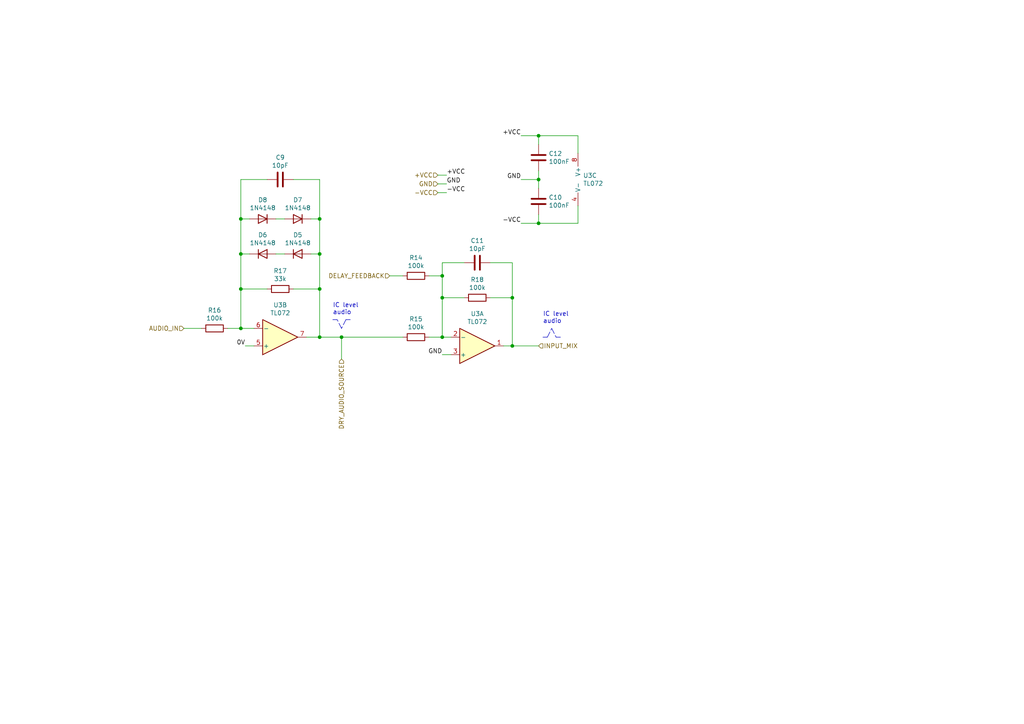
<source format=kicad_sch>
(kicad_sch (version 20211123) (generator eeschema)
  (paper "A4")
  (lib_symbols
    (symbol "Amplifier_Operational:TL072" (pin_names (offset 0.127))
      (property "Reference" "U" (at 0 5.08 0))
      (property "Value" "TL072" (at 0 -5.08 0))
      (symbol "TL072_1_1"
        (polyline (pts (xy -5.08 5.08) (xy 5.08 0) (xy -5.08 -5.08) (xy -5.08 5.08)) (stroke (width 0.254)) (fill (type background)))
        (pin output line (at 7.62 0 180) (length 2.54) (name "~") (number "1"))
        (pin input line (at -7.62 -2.54 0) (length 2.54) (name "-") (number "2"))
        (pin input line (at -7.62 2.54 0) (length 2.54) (name "+") (number "3"))
      )
      (symbol "TL072_2_1"
        (polyline (pts (xy -5.08 5.08) (xy 5.08 0) (xy -5.08 -5.08) (xy -5.08 5.08)) (stroke (width 0.254)) (fill (type background)))
        (pin input line (at -7.62 2.54 0) (length 2.54) (name "+") (number "5"))
        (pin input line (at -7.62 -2.54 0) (length 2.54) (name "-") (number "6"))
        (pin output line (at 7.62 0 180) (length 2.54) (name "~") (number "7"))
      )
      (symbol "TL072_3_1"
        (pin power_in line (at -2.54 -7.62 90) (length 3.81) (name "V-") (number "4"))
        (pin power_in line (at -2.54 7.62 270) (length 3.81) (name "V+") (number "8"))
      )
    )
    (symbol "Device:C" (pin_numbers hide) (pin_names (offset 0.254))
      (property "Reference" "C" (at 0.635 2.54 0))
      (property "Value" "C" (at 0.635 -2.54 0))
      (symbol "C_0_1"
        (polyline (pts (xy -2.032 -0.762) (xy 2.032 -0.762)) (stroke (width 0.508)))
        (polyline (pts (xy -2.032 0.762) (xy 2.032 0.762)) (stroke (width 0.508)))
      )
      (symbol "C_1_1"
        (pin passive line (at 0 3.81 270) (length 2.794) (name "~") (number "1"))
        (pin passive line (at 0 -3.81 90) (length 2.794) (name "~") (number "2"))
      )
    )
    (symbol "Device:D" (pin_numbers hide) (pin_names (offset 1.016) hide)
      (property "Reference" "D" (at 0 2.54 0))
      (property "Value" "D" (at 0 -2.54 0))
      (symbol "D_0_1"
        (polyline (pts (xy -1.27 1.27) (xy -1.27 -1.27)) (stroke (width 0.254)))
        (polyline (pts (xy 1.27 0) (xy -1.27 0)))
        (polyline (pts (xy 1.27 1.27) (xy 1.27 -1.27) (xy -1.27 0) (xy 1.27 1.27)) (stroke (width 0.254)))
      )
      (symbol "D_1_1"
        (pin passive line (at -3.81 0 0) (length 2.54) (name "K") (number "1"))
        (pin passive line (at 3.81 0 180) (length 2.54) (name "A") (number "2"))
      )
    )
    (symbol "Device:R" (pin_numbers hide) (pin_names (offset 0))
      (property "Reference" "R" (at 2.032 0 90))
      (property "Value" "R" (at 0 0 90))
      (symbol "R_0_1"
        (rectangle (start -1.016 -2.54) (end 1.016 2.54) (stroke (width 0.254)))
      )
      (symbol "R_1_1"
        (pin passive line (at 0 3.81 270) (length 1.27) (name "~") (number "1"))
        (pin passive line (at 0 -3.81 90) (length 1.27) (name "~") (number "2"))
      )
    )
  )
  (junction (at 156.21 64.77))
  (junction (at 99.06 97.79))
  (junction (at 128.27 97.79))
  (junction (at 148.59 100.33))
  (junction (at 69.85 73.66))
  (junction (at 92.71 73.66))
  (junction (at 92.71 97.79))
  (junction (at 92.71 63.5))
  (junction (at 92.71 83.82))
  (junction (at 69.85 95.25))
  (junction (at 156.21 39.37))
  (junction (at 69.85 83.82))
  (junction (at 148.59 86.36))
  (junction (at 128.27 86.36))
  (junction (at 69.85 63.5))
  (junction (at 128.27 80.01))
  (junction (at 156.21 52.07))
  (wire (pts (xy 128.27 97.79) (xy 128.27 86.36)))
  (wire (pts (xy 92.71 52.07) (xy 92.71 63.5)))
  (wire (pts (xy 69.85 63.5) (xy 72.39 63.5)))
  (wire (pts (xy 156.21 52.07) (xy 156.21 54.61)))
  (wire (pts (xy 128.27 97.79) (xy 130.81 97.79)))
  (wire (pts (xy 90.17 63.5) (xy 92.71 63.5)))
  (wire (pts (xy 156.21 49.53) (xy 156.21 52.07)))
  (wire (pts (xy 69.85 83.82) (xy 69.85 95.25)))
  (wire (pts (xy 92.71 97.79) (xy 99.06 97.79)))
  (polyline (pts (xy 99.06 95.25) (xy 97.79 92.71)))
  (wire (pts (xy 156.21 64.77) (xy 156.21 62.23)))
  (wire (pts (xy 151.13 39.37) (xy 156.21 39.37)))
  (wire (pts (xy 69.85 52.07) (xy 69.85 63.5)))
  (polyline (pts (xy 97.79 92.71) (xy 96.52 92.71)))
  (wire (pts (xy 127 53.34) (xy 129.54 53.34)))
  (wire (pts (xy 92.71 63.5) (xy 92.71 73.66)))
  (wire (pts (xy 77.47 83.82) (xy 69.85 83.82)))
  (wire (pts (xy 156.21 39.37) (xy 156.21 41.91)))
  (wire (pts (xy 128.27 80.01) (xy 128.27 76.2)))
  (wire (pts (xy 99.06 97.79) (xy 116.84 97.79)))
  (wire (pts (xy 90.17 73.66) (xy 92.71 73.66)))
  (wire (pts (xy 148.59 76.2) (xy 148.59 86.36)))
  (polyline (pts (xy 157.48 97.79) (xy 158.75 97.79)))
  (wire (pts (xy 148.59 100.33) (xy 156.21 100.33)))
  (polyline (pts (xy 160.02 95.25) (xy 161.29 97.79)))
  (wire (pts (xy 156.21 39.37) (xy 167.64 39.37)))
  (wire (pts (xy 69.85 73.66) (xy 69.85 83.82)))
  (wire (pts (xy 146.05 100.33) (xy 148.59 100.33)))
  (wire (pts (xy 148.59 86.36) (xy 142.24 86.36)))
  (wire (pts (xy 113.03 80.01) (xy 116.84 80.01)))
  (wire (pts (xy 53.34 95.25) (xy 58.42 95.25)))
  (wire (pts (xy 129.54 55.88) (xy 127 55.88)))
  (polyline (pts (xy 101.6 92.71) (xy 100.33 92.71)))
  (wire (pts (xy 156.21 52.07) (xy 151.13 52.07)))
  (polyline (pts (xy 158.75 97.79) (xy 160.02 95.25)))
  (wire (pts (xy 92.71 73.66) (xy 92.71 83.82)))
  (wire (pts (xy 148.59 100.33) (xy 148.59 86.36)))
  (wire (pts (xy 92.71 83.82) (xy 92.71 97.79)))
  (wire (pts (xy 151.13 64.77) (xy 156.21 64.77)))
  (wire (pts (xy 130.81 102.87) (xy 128.27 102.87)))
  (wire (pts (xy 69.85 63.5) (xy 69.85 73.66)))
  (wire (pts (xy 73.66 100.33) (xy 71.12 100.33)))
  (wire (pts (xy 69.85 95.25) (xy 73.66 95.25)))
  (polyline (pts (xy 161.29 97.79) (xy 162.56 97.79)))
  (wire (pts (xy 88.9 97.79) (xy 92.71 97.79)))
  (wire (pts (xy 128.27 86.36) (xy 128.27 80.01)))
  (wire (pts (xy 127 50.8) (xy 129.54 50.8)))
  (wire (pts (xy 85.09 83.82) (xy 92.71 83.82)))
  (wire (pts (xy 167.64 59.69) (xy 167.64 64.77)))
  (polyline (pts (xy 100.33 92.71) (xy 99.06 95.25)))
  (wire (pts (xy 124.46 97.79) (xy 128.27 97.79)))
  (wire (pts (xy 128.27 80.01) (xy 124.46 80.01)))
  (wire (pts (xy 72.39 73.66) (xy 69.85 73.66)))
  (wire (pts (xy 85.09 52.07) (xy 92.71 52.07)))
  (wire (pts (xy 80.01 63.5) (xy 82.55 63.5)))
  (wire (pts (xy 66.04 95.25) (xy 69.85 95.25)))
  (wire (pts (xy 128.27 76.2) (xy 134.62 76.2)))
  (wire (pts (xy 77.47 52.07) (xy 69.85 52.07)))
  (wire (pts (xy 142.24 76.2) (xy 148.59 76.2)))
  (wire (pts (xy 80.01 73.66) (xy 82.55 73.66)))
  (wire (pts (xy 128.27 86.36) (xy 134.62 86.36)))
  (wire (pts (xy 167.64 39.37) (xy 167.64 44.45)))
  (wire (pts (xy 156.21 64.77) (xy 167.64 64.77)))
  (wire (pts (xy 99.06 104.14) (xy 99.06 97.79)))
  (text "IC level\naudio" (at 96.52 91.44 0) (effects (font (size 1.27 1.27)) (justify left bottom)))
  (text "IC level\naudio" (at 157.48 93.98 0) (effects (font (size 1.27 1.27)) (justify left bottom)))
  (label "0V" (at 71.12 100.33 180))
  (label "+VCC" (at 129.54 50.8 0))
  (label "GND" (at 151.13 52.07 180))
  (label "GND" (at 129.54 53.34 0))
  (label "GND" (at 128.27 102.87 180))
  (label "-VCC" (at 129.54 55.88 0))
  (label "-VCC" (at 151.13 64.77 180))
  (label "+VCC" (at 151.13 39.37 180))
  (hierarchical_label "GND" (shape input) (at 127 53.34 180))
  (hierarchical_label "INPUT_MIX" (shape input) (at 156.21 100.33 0))
  (hierarchical_label "+VCC" (shape input) (at 127 50.8 180))
  (hierarchical_label "DELAY_FEEDBACK" (shape input) (at 113.03 80.01 180))
  (hierarchical_label "-VCC" (shape input) (at 127 55.88 180))
  (hierarchical_label "DRY_AUDIO_SOURCE" (shape input) (at 99.06 104.14 270))
  (hierarchical_label "AUDIO_IN" (shape input) (at 53.34 95.25 180))
  (symbol (lib_id "Device:C") (at 81.28 52.07 270) (unit 1)
    (property "Reference" "C9" (at 81.28 45.6692 90))
    (property "Value" "10pF" (at 81.28 47.9806 90))
    (property "Footprint" "Rumblesan_Footprints:C_Rect_L7.0mm_W3.5mm_P5.00mm" (effects hide))
  )
  (symbol (lib_id "Device:C") (at 138.43 76.2 270) (unit 1)
    (property "Reference" "C11" (at 138.43 69.7992 90))
    (property "Value" "10pF" (at 138.43 72.1106 90))
    (property "Footprint" "Rumblesan_Footprints:C_Rect_L7.0mm_W3.5mm_P5.00mm" (effects hide))
  )
  (symbol (lib_id "Amplifier_Operational:TL072") (at 138.43 100.33 0) (mirror x) (unit 1)
    (property "Reference" "U3" (at 138.43 91.0082 0))
    (property "Value" "TL072" (at 138.43 93.3196 0))
    (property "Footprint" "Rumblesan_Footprints:DIP-8_W7.62mm_Socket" (effects hide))
    (property "Datasheet" "http://www.ti.com/lit/ds/symlink/tl071.pdf" (effects hide))
  )
  (symbol (lib_id "Device:R") (at 62.23 95.25 270) (unit 1)
    (property "Reference" "R16" (at 62.23 89.9922 90))
    (property "Value" "100k" (at 62.23 92.3036 90))
    (property "Footprint" "Rumblesan_Footprints:Resistor_THT_L6.3mm_D2.5mm_P10.16mm_Horizontal" (effects hide))
  )
  (symbol (lib_id "Device:R") (at 81.28 83.82 270) (unit 1)
    (property "Reference" "R17" (at 81.28 78.5622 90))
    (property "Value" "33k" (at 81.28 80.8736 90))
    (property "Footprint" "Rumblesan_Footprints:Resistor_THT_L6.3mm_D2.5mm_P10.16mm_Horizontal" (effects hide))
  )
  (symbol (lib_id "Device:D") (at 76.2 73.66 0) (unit 1)
    (property "Reference" "D6" (at 76.2 68.1482 0))
    (property "Value" "1N4148" (at 76.2 70.4596 0))
    (property "Footprint" "Rumblesan_Footprints:Diode_THT_P7.62mm_Horizontal" (effects hide))
  )
  (symbol (lib_id "Device:D") (at 86.36 73.66 0) (unit 1)
    (property "Reference" "D5" (at 86.36 68.1482 0))
    (property "Value" "1N4148" (at 86.36 70.4596 0))
    (property "Footprint" "Rumblesan_Footprints:Diode_THT_P7.62mm_Horizontal" (effects hide))
  )
  (symbol (lib_id "Device:D") (at 76.2 63.5 180) (unit 1)
    (property "Reference" "D8" (at 76.2 57.9882 0))
    (property "Value" "1N4148" (at 76.2 60.2996 0))
    (property "Footprint" "Rumblesan_Footprints:Diode_THT_P7.62mm_Horizontal" (effects hide))
  )
  (symbol (lib_id "Device:D") (at 86.36 63.5 180) (unit 1)
    (property "Reference" "D7" (at 86.36 57.9882 0))
    (property "Value" "1N4148" (at 86.36 60.2996 0))
    (property "Footprint" "Rumblesan_Footprints:Diode_THT_P7.62mm_Horizontal" (effects hide))
  )
  (symbol (lib_id "Device:R") (at 138.43 86.36 270) (unit 1)
    (property "Reference" "R18" (at 138.43 81.1022 90))
    (property "Value" "100k" (at 138.43 83.4136 90))
    (property "Footprint" "Rumblesan_Footprints:Resistor_THT_L6.3mm_D2.5mm_P10.16mm_Horizontal" (effects hide))
  )
  (symbol (lib_id "Amplifier_Operational:TL072") (at 81.28 97.79 0) (mirror x) (unit 2)
    (property "Reference" "U3" (at 81.28 88.4682 0))
    (property "Value" "TL072" (at 81.28 90.7796 0))
    (property "Footprint" "Rumblesan_Footprints:DIP-8_W7.62mm_Socket" (effects hide))
    (property "Datasheet" "http://www.ti.com/lit/ds/symlink/tl071.pdf" (effects hide))
  )
  (symbol (lib_id "Device:R") (at 120.65 80.01 270) (unit 1)
    (property "Reference" "R14" (at 120.65 74.7522 90))
    (property "Value" "100k" (at 120.65 77.0636 90))
    (property "Footprint" "Rumblesan_Footprints:Resistor_THT_L6.3mm_D2.5mm_P10.16mm_Horizontal" (effects hide))
  )
  (symbol (lib_id "Device:R") (at 120.65 97.79 270) (unit 1)
    (property "Reference" "R15" (at 120.65 92.5322 90))
    (property "Value" "100k" (at 120.65 94.8436 90))
    (property "Footprint" "Rumblesan_Footprints:Resistor_THT_L6.3mm_D2.5mm_P10.16mm_Horizontal" (effects hide))
  )
  (symbol (lib_id "Amplifier_Operational:TL072") (at 170.18 52.07 0) (unit 3)
    (property "Reference" "U3" (at 169.1132 50.9016 0) (effects (justify left)))
    (property "Value" "TL072" (at 169.1132 53.213 0) (effects (justify left)))
    (property "Footprint" "Rumblesan_Footprints:DIP-8_W7.62mm_Socket" (effects hide))
    (property "Datasheet" "http://www.ti.com/lit/ds/symlink/tl071.pdf" (effects hide))
  )
  (symbol (lib_id "Device:C") (at 156.21 45.72 180) (unit 1)
    (property "Reference" "C12" (at 159.131 44.5516 0) (effects (justify right)))
    (property "Value" "100nF" (at 159.131 46.863 0) (effects (justify right)))
    (property "Footprint" "Rumblesan_Footprints:C_Rect_L7.0mm_W3.5mm_P5.00mm" (effects hide))
  )
  (symbol (lib_id "Device:C") (at 156.21 58.42 180) (unit 1)
    (property "Reference" "C10" (at 159.131 57.2516 0) (effects (justify right)))
    (property "Value" "100nF" (at 159.131 59.563 0) (effects (justify right)))
    (property "Footprint" "Rumblesan_Footprints:C_Rect_L7.0mm_W3.5mm_P5.00mm" (effects hide))
  )
)
</source>
